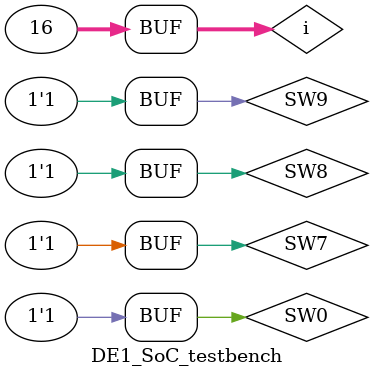
<source format=sv>
module DE1_SoC (HEX0, HEX1, HEX2, HEX3, HEX4, HEX5, KEY, LEDR, SW); 
	output logic  [6:0]    HEX0, HEX1, HEX2, HEX3, HEX4, HEX5; 
	output logic  [9:0]    LEDR; 
	input  logic  [3:0]    KEY; 
	input  logic  [9:0] 		SW; 
	
	// Default values, turns off the HEX displays
	assign HEX0 = 7'b1111111; 
	assign HEX1 = 7'b1111111;
	assign HEX2 = 7'b1111111;
	assign HEX3 = 7'b1111111;
	assign HEX4 = 7'b1111111;
	assign HEX5 = 7'b1111111;
	
	// Logic to check if SW[3]..SW[0] match your bottom digit,
	// and SW[7]..SW[4] match the next.
	// Result should drive LEDR[0].
	
	// This assignment sets the LED to only light up when the switches SW_7 -
	// SW_4 and SW_3 - SW_0 display the values 7 and 9 respectively
	// In other words, 0111 and 1001.
	
	// Accepts switches as UPC M inputs and determines whether an item was discounted
	// and or stolen.
	upc_reader r(.discounted(LEDR[9]), .stolen(LEDR[8]), .u(SW[9]), .p(SW[8]), .c(SW[7]), .m(SW[0]));
	
endmodule

// Testbench for later board.
module DE1_SoC_testbench();
		logic SW9, SW8, SW7, SW0;
		logic LEDR9, LEDR8;
		
		upc_reader dut (.discounted(LEDR9), .stolen(LEDR8), .u(SW9), .p(SW8), .c(SW7), .m(SW0));
		
		integer i;
		initial begin
				for(i = 0; i < 16; i++) begin
						{SW9, SW8, SW7, SW0} = i; #10;
				end
		end
		
endmodule
</source>
